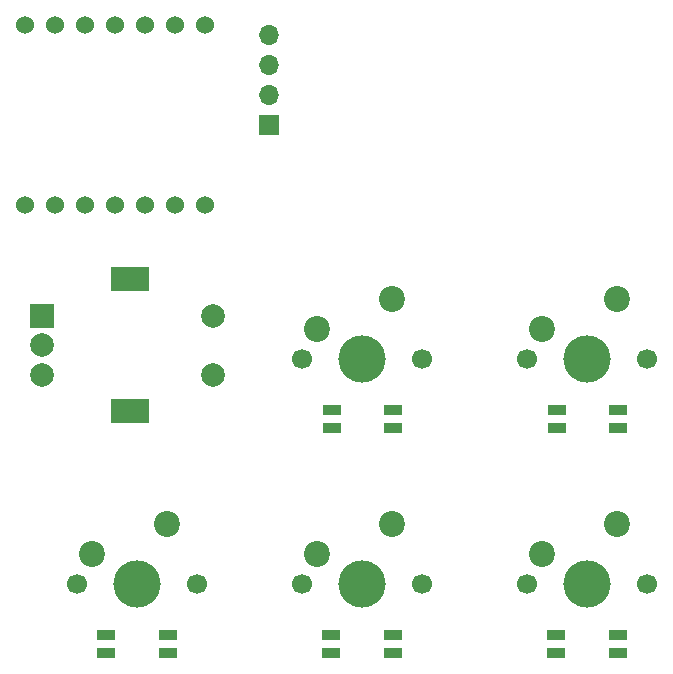
<source format=gbs>
G04 #@! TF.GenerationSoftware,KiCad,Pcbnew,9.0.2*
G04 #@! TF.CreationDate,2025-08-01T12:28:15-04:00*
G04 #@! TF.ProjectId,hackpad,6861636b-7061-4642-9e6b-696361645f70,rev?*
G04 #@! TF.SameCoordinates,Original*
G04 #@! TF.FileFunction,Soldermask,Bot*
G04 #@! TF.FilePolarity,Negative*
%FSLAX46Y46*%
G04 Gerber Fmt 4.6, Leading zero omitted, Abs format (unit mm)*
G04 Created by KiCad (PCBNEW 9.0.2) date 2025-08-01 12:28:15*
%MOMM*%
%LPD*%
G01*
G04 APERTURE LIST*
G04 Aperture macros list*
%AMRoundRect*
0 Rectangle with rounded corners*
0 $1 Rounding radius*
0 $2 $3 $4 $5 $6 $7 $8 $9 X,Y pos of 4 corners*
0 Add a 4 corners polygon primitive as box body*
4,1,4,$2,$3,$4,$5,$6,$7,$8,$9,$2,$3,0*
0 Add four circle primitives for the rounded corners*
1,1,$1+$1,$2,$3*
1,1,$1+$1,$4,$5*
1,1,$1+$1,$6,$7*
1,1,$1+$1,$8,$9*
0 Add four rect primitives between the rounded corners*
20,1,$1+$1,$2,$3,$4,$5,0*
20,1,$1+$1,$4,$5,$6,$7,0*
20,1,$1+$1,$6,$7,$8,$9,0*
20,1,$1+$1,$8,$9,$2,$3,0*%
G04 Aperture macros list end*
%ADD10C,1.700000*%
%ADD11C,4.000000*%
%ADD12C,2.200000*%
%ADD13RoundRect,0.082000X-0.718000X0.328000X-0.718000X-0.328000X0.718000X-0.328000X0.718000X0.328000X0*%
%ADD14R,1.700000X1.700000*%
%ADD15O,1.700000X1.700000*%
%ADD16C,1.524000*%
%ADD17R,2.000000X2.000000*%
%ADD18C,2.000000*%
%ADD19R,3.200000X2.000000*%
G04 APERTURE END LIST*
D10*
X64440000Y-63500000D03*
D11*
X69520000Y-63500000D03*
D10*
X74600000Y-63500000D03*
D12*
X72060000Y-58420000D03*
X65710000Y-60960000D03*
D13*
X66920000Y-67829999D03*
X66920000Y-69329999D03*
X72120000Y-69329999D03*
X72120000Y-67829999D03*
X66910000Y-86899999D03*
X66910000Y-88399999D03*
X72110000Y-88399999D03*
X72110000Y-86899999D03*
D14*
X61600000Y-43700000D03*
D15*
X61600000Y-41160000D03*
X61600000Y-38620000D03*
X61600000Y-36080000D03*
D16*
X40970000Y-50440000D03*
X43510000Y-50440000D03*
X46050000Y-50440000D03*
X48590000Y-50440000D03*
X51130000Y-50440000D03*
X53670000Y-50440000D03*
X56210000Y-50440000D03*
X56210000Y-35200000D03*
X53670000Y-35200000D03*
X51130000Y-35200000D03*
X48590000Y-35200000D03*
X46050000Y-35200000D03*
X43510000Y-35200000D03*
X40970000Y-35200000D03*
D10*
X83490000Y-63500000D03*
D11*
X88570000Y-63500000D03*
D10*
X93650000Y-63500000D03*
D12*
X91110000Y-58420000D03*
X84760000Y-60960000D03*
D10*
X64430000Y-82570000D03*
D11*
X69510000Y-82570000D03*
D10*
X74590000Y-82570000D03*
D12*
X72050000Y-77490000D03*
X65700000Y-80030000D03*
D13*
X85970000Y-67829999D03*
X85970000Y-69329999D03*
X91170000Y-69329999D03*
X91170000Y-67829999D03*
D10*
X83460000Y-82580000D03*
D11*
X88540000Y-82580000D03*
D10*
X93620000Y-82580000D03*
D12*
X91080000Y-77500000D03*
X84730000Y-80040000D03*
D10*
X45380000Y-82570000D03*
D11*
X50460000Y-82570000D03*
D10*
X55540000Y-82570000D03*
D12*
X53000000Y-77490000D03*
X46650000Y-80030000D03*
D13*
X85940000Y-86909999D03*
X85940000Y-88409999D03*
X91140000Y-88409999D03*
X91140000Y-86909999D03*
D17*
X42390000Y-59840000D03*
D18*
X42390000Y-64840000D03*
X42390000Y-62340000D03*
D19*
X49890000Y-56740000D03*
X49890000Y-67940000D03*
D18*
X56890000Y-64840000D03*
X56890000Y-59840000D03*
D13*
X47860000Y-86899999D03*
X47860000Y-88399999D03*
X53060000Y-88399999D03*
X53060000Y-86899999D03*
M02*

</source>
